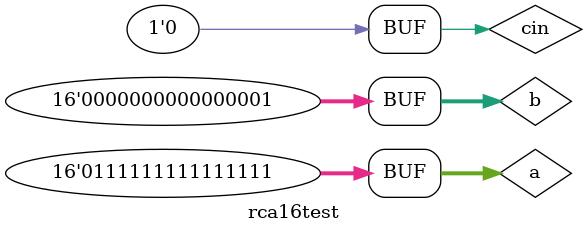
<source format=v>
`timescale 1ns / 1ps


module rca16test;

	// Inputs
	reg [15:0] a;
	reg [15:0] b;
	reg cin;

	// Outputs
	wire [15:0] s;
	wire cout;

	// Instantiate the Unit Under Test (UUT)
	Ripple16bit uut (
		.a(a), 
		.b(b), 
		.cin(cin), 
		.s(s), 
		.cout(cout)
	);

	initial begin
		$monitor ("a = %d, b = %d, cin = %d, s = %d, cout = %d", a, b, cin, s, cout);
		// Initialize Inputs
		//general cases
		a = 16'd164; b = 16'd184; cin = 0;
		#100;
		a = 16'd184; b = 16'd164; cin = 0;
		#100;
		//corner cases
		a = 16'd16384; b = 16'd16384; cin = 0;
		#100;
		a = 16'd16384; b = 16'd16384; cin = 1;
		#100;
		a = 16'd32767; b = 16'd1; cin = 0;
	end
      
endmodule


</source>
